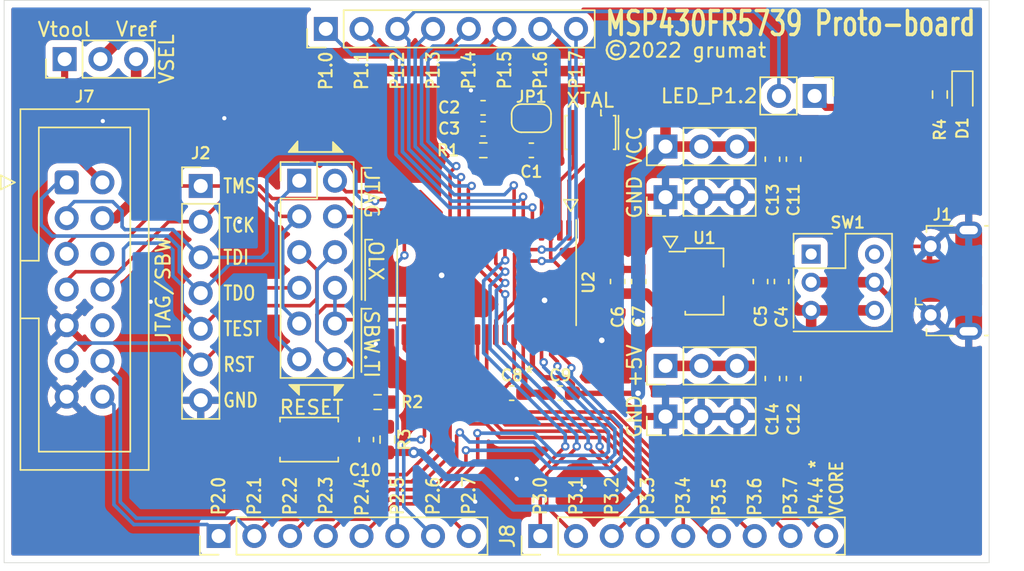
<source format=kicad_pcb>
(kicad_pcb (version 20211014) (generator pcbnew)
  (layers (0 "F.Cu" signal) (31 "B.Cu" signal) (35 "F.Paste" user) (37 "F.SilkS" user "F.Silkscreen") (38 "B.Mask" user) (39 "F.Mask" user) (44 "Edge.Cuts" user))
  (net 0 "")
  (net 1 "GND")
  (net 2 "/RESET")
  (net 3 "/TEST")
  (net 4 "+3.3V")
  (net 5 "/P3.7")
  (net 6 "/P3.6")
  (net 7 "/P3.5")
  (net 8 "/P3.4")
  (net 9 "/P3.3")
  (net 10 "/P3.2")
  (net 11 "/P3.1")
  (net 12 "/P3.0")
  (net 13 "/P2.7")
  (net 14 "/P2.6")
  (net 15 "/P2.5")
  (net 16 "/P2.4")
  (net 17 "/P2.3")
  (net 18 "/P2.2")
  (net 19 "/P2.0")
  (net 20 "/P2.1")
  (net 21 "/P1.7")
  (net 22 "/P1.4")
  (net 23 "/P1.3")
  (net 24 "/P1.2")
  (net 25 "/P1.1")
  (net 26 "/P1.0")
  (net 27 "+5V")
  (net 28 "/VCC_SENSE")
  (net 29 "/VCC_TOOL")
  (net 30 "Net-(D1-Pad1)")
  (net 31 "/JTEST")
  (net 32 "/JRST")
  (net 33 "/JTCK")
  (net 34 "/JTDO")
  (net 38 "Net-(J1-Pad1)")
  (net 41 "Net-(J5-Pad1)")
  (net 42 "+3.3VA")
  (net 43 "GNDA")
  (net 44 "/P1.5")
  (net 45 "/P1.6")
  (net 46 "/PJ.4")
  (net 47 "/PJ.5")
  (net 48 "/VCORE")
  (net 51 "/TDO")
  (net 52 "/TCK")
  (net 53 "/TMS")
  (net 54 "/TDI")
  (net 55 "Net-(C10-Pad1)")
  (footprint "Connector_IDC:IDC-Header_2x07_P2.54mm_Vertical" (layer "F.Cu") (at 112.445 95.95)
    (fp_text reference "J7")
    (fp_text value "JTAG/SBW")
  )
  (footprint "Capacitor_SMD:C_0603_1608Metric_Pad1.08x0.95mm_HandSolder" (layer "F.Cu") (at 147.5235 110.94 180)
    (fp_text reference "C9")
    (fp_text value "220nF")
  )
  (footprint "Capacitor_SMD:C_0603_1608Metric_Pad1.08x0.95mm_HandSolder" (layer "F.Cu") (at 142.036 92.144 180)
    (fp_text reference "C3")
    (fp_text value "220nF")
  )
  (footprint "Connector_PinHeader_2.54mm:PinHeader_1x08_P2.54mm_Vertical" (layer "F.Cu") (at 130.86 85.03 90)
    (fp_text reference "J4" hide)
    (fp_text value "PORT1" hide)
  )
  (footprint "Connector_PinHeader_2.54mm:PinHeader_1x09_P2.54mm_Vertical" (layer "F.Cu") (at 146.1 121.1 90)
    (fp_text reference "J8")
    (fp_text value "PORT3")
  )
  (footprint "Connector_PinHeader_2.54mm:PinHeader_1x07_P2.54mm_Vertical" (layer "F.Cu") (at 121.97 96.203)
    (fp_text reference "J2")
    (fp_text value "LogicAna")
  )
  (footprint "Crystal:Resonator_SMD_Murata_CSTxExxV-3Pin_3.0x1.1mm_HandSoldering" (layer "F.Cu") (at 149.656 92.398 180)
    (fp_text reference "Y1" hide)
    (fp_text value "16M")
  )
  (footprint "Capacitor_SMD:C_0603_1608Metric_Pad1.08x0.95mm_HandSolder" (layer "F.Cu") (at 163.25 103 90)
    (fp_text reference "C4")
    (fp_text value "10uF")
  )
  (footprint "Capacitor_SMD:C_0603_1608Metric_Pad1.08x0.95mm_HandSolder" (layer "F.Cu") (at 161.75 103 90)
    (fp_text reference "C5")
    (fp_text value "220nF")
  )
  (footprint "Capacitor_SMD:C_0603_1608Metric_Pad1.08x0.95mm_HandSolder" (layer "F.Cu") (at 151.6 103 90)
    (fp_text reference "C6")
    (fp_text value "10uF")
  )
  (footprint "Capacitor_SMD:C_0603_1608Metric_Pad1.08x0.95mm_HandSolder" (layer "F.Cu") (at 153.1 103 90)
    (fp_text reference "C7")
    (fp_text value "220nF")
  )
  (footprint "Resistor_SMD:R_0603_1608Metric_Pad0.98x0.95mm_HandSolder" (layer "F.Cu") (at 142.051 93.664)
    (fp_text reference "R1")
    (fp_text value "22")
  )
  (footprint "Package_TO_SOT_SMD:SOT-89-3_Handsoldering" (layer "F.Cu") (at 157.4625 103)
    (fp_text reference "U1")
    (fp_text value "AMS1117-3.3")
  )
  (footprint "LED_SMD:LED_0603_1608Metric_Pad1.05x0.95mm_HandSolder" (layer "F.Cu") (at 176.1 89.7 -90)
    (fp_text reference "D1")
    (fp_text value "LED")
  )
  (footprint "Connector_PinHeader_2.54mm:PinHeader_1x02_P2.54mm_Vertical" (layer "F.Cu") (at 165.6 89.8 -90)
    (fp_text reference "J5" hide)
    (fp_text value "LED_P1.2")
  )
  (footprint "Resistor_SMD:R_0603_1608Metric_Pad0.98x0.95mm_HandSolder" (layer "F.Cu") (at 174.5 89.7 -90)
    (fp_text reference "R4")
    (fp_text value "1K")
  )
  (footprint "Connector_PinHeader_2.54mm:PinHeader_1x08_P2.54mm_Vertical" (layer "F.Cu") (at 123.24 121.1 90)
    (fp_text reference "J6" hide)
    (fp_text value "PORT2" hide)
  )
  (footprint "Connector_PinHeader_2.54mm:PinHeader_1x03_P2.54mm_Vertical" (layer "F.Cu") (at 155 93.4 90)
    (fp_text reference "J9" hide)
    (fp_text value "VCC")
  )
  (footprint "Connector_PinHeader_2.54mm:PinHeader_1x03_P2.54mm_Vertical" (layer "F.Cu") (at 155 97 90)
    (fp_text reference "J12" hide)
    (fp_text value "GND")
  )
  (footprint "Connector_PinHeader_2.54mm:PinHeader_1x03_P2.54mm_Vertical" (layer "F.Cu") (at 155 112.6 90)
    (fp_text reference "J10" hide)
    (fp_text value "GND")
  )
  (footprint "Capacitor_SMD:C_0603_1608Metric_Pad1.08x0.95mm_HandSolder" (layer "F.Cu") (at 164.1 109.9 -90)
    (fp_text reference "C12")
    (fp_text value "220nF")
  )
  (footprint "Capacitor_SMD:C_0603_1608Metric_Pad1.08x0.95mm_HandSolder" (layer "F.Cu") (at 164.1 94.3 -90)
    (fp_text reference "C11")
    (fp_text value "220nF")
  )
  (footprint "Capacitor_SMD:C_0603_1608Metric_Pad1.08x0.95mm_HandSolder" (layer "F.Cu") (at 162.6 94.3 -90)
    (fp_text reference "C13")
    (fp_text value "10uF")
  )
  (footprint "Connector_PinHeader_2.54mm:PinHeader_1x03_P2.54mm_Vertical" (layer "F.Cu") (at 155 109 90)
    (fp_text reference "J11" hide)
    (fp_text value "+5V")
  )
  (footprint "lib:USB_Micro-B_Molex-105017-0001-handsolder" (layer "F.Cu") (at 175.3085 102.939 90)
    (fp_text reference "J1")
    (fp_text value "USB_B_Micro")
  )
  (footprint "Capacitor_SMD:C_0603_1608Metric_Pad1.08x0.95mm_HandSolder" (layer "F.Cu") (at 142.036 90.644 180)
    (fp_text reference "C2")
    (fp_text value "10uF")
  )
  (footprint "Connector_PinHeader_2.54mm:PinHeader_1x03_P2.54mm_Vertical" (layer "F.Cu") (at 112.3 87.18 90)
    (fp_text reference "J13" hide)
    (fp_text value "VSEL")
  )
  (footprint "Capacitor_SMD:C_0603_1608Metric_Pad1.08x0.95mm_HandSolder" (layer "F.Cu") (at 133.738 114.242 -90)
    (fp_text reference "C10")
    (fp_text value "2.2nF")
  )
  (footprint "Resistor_SMD:R_0603_1608Metric_Pad0.98x0.95mm_HandSolder" (layer "F.Cu") (at 135.238 114.242 90)
    (fp_text reference "R3")
    (fp_text value "47K")
  )
  (footprint "lib:TL-2203" (layer "F.Cu") (at 165.35 101.05)
    (fp_text reference "SW1")
    (fp_text value "TL-2203")
  )
  (footprint "Capacitor_SMD:C_0603_1608Metric_Pad1.08x0.95mm_HandSolder" (layer "F.Cu") (at 162.6 109.9 -90)
    (fp_text reference "C14")
    (fp_text value "10uF")
  )
  (footprint "Connector_PinHeader_2.54mm:PinHeader_2x06_P2.54mm_Vertical" (layer "F.Cu") (at 128.9692 95.827)
    (fp_text reference "J3" hide)
    (fp_text value "DEBUG")
  )
  (footprint "Package_SO:TSSOP-38_6.1x12.5mm_P0.65mm" (layer "F.Cu") (at 142.29 103.066 -90)
    (fp_text reference "U2")
    (fp_text value "MSP430FR5739IDAR")
  )
  (footprint "lib:SW_Push_SPST_NO_Alps_SKRK_handsolder" (layer "F.Cu") (at 129.674 114.242 180)
    (fp_text reference "SW2" hide)
    (fp_text value "RESET")
  )
  (footprint "Resistor_SMD:R_0603_1608Metric_Pad0.98x0.95mm_HandSolder" (layer "F.Cu") (at 134.543 111.575 180)
    (fp_text reference "R2")
    (fp_text value "3.3K")
  )
  (footprint "Capacitor_SMD:C_0603_1608Metric_Pad1.08x0.95mm_HandSolder" (layer "F.Cu") (at 144.068 110.94)
    (fp_text reference "C8")
    (fp_text value "470 nF" hide)
  )
  (footprint "Capacitor_SMD:C_0603_1608Metric_Pad1.08x0.95mm_HandSolder" (layer "F.Cu") (at 145.465 93.668)
    (fp_text reference "C1")
    (fp_text value "220nF")
  )
  (footprint "Jumper:SolderJumper-2_P1.3mm_Bridged_RoundedPad1.0x1.5mm" (layer "F.Cu") (at 145.465 91.382)
    (fp_text reference "JP1")
    (fp_text value "AVSS")
  )
  (gr_line (start 154.85 99.8) (end 155.85 99.8) (layer "F.SilkS") (width 0.12))
  (gr_line (start 155.35 100.6) (end 154.85 99.8) (layer "F.SilkS") (width 0.12))
  (gr_line (start 155.85 99.8) (end 155.35 100.6) (layer "F.SilkS") (width 0.12))
  (gr_line (start 147.759 97.186) (end 148.759 97.186) (layer "F.SilkS") (width 0.12))
  (gr_line (start 148.759 97.186) (end 148.259 97.986) (layer "F.SilkS") (width 0.12))
  (gr_line (start 148.259 97.986) (end 147.759 97.186) (layer "F.SilkS") (width 0.12))
  (gr_poly (pts (xy 128.8572 93.02) (xy 128.8572 93.77) (xy 131.3572 93.77) (xy 131.3572 93.07) (xy 132.0822 93.795) (xy 128.2072 93.795)) (layer "F.SilkS") (width 0.1) (fill solid))
  (gr_poly (pts (xy 131.4692 111.117) (xy 131.4692 110.367) (xy 128.9692 110.367) (xy 128.9692 111.067) (xy 128.2442 110.342) (xy 132.1192 110.342)) (layer "F.SilkS") (width 0.1) (fill solid))
  (gr_line (start 133.4 104.2946) (end 133.4 94.9126) (layer "F.SilkS") (width 0.12))
  (gr_line (start 133.3888 104.9339) (end 134.0888 104.9339) (layer "F.SilkS") (width 0.12))
  (gr_line (start 133.4 94.9126) (end 134.1 94.9126) (layer "F.SilkS") (width 0.12))
  (gr_line (start 133.3888 104.9149) (end 133.3888 109.4414) (layer "F.SilkS") (width 0.12))
  (gr_line (start 134.162 100.018) (end 133.654 100.018) (layer "F.SilkS") (width 0.12))
  (gr_line (start 133.654 104.336) (end 133.654 100.018) (layer "F.SilkS") (width 0.12))
  (gr_line (start 178 83) (end 108 83) (layer "Edge.Cuts") (width 0.05))
  (gr_line (start 108 123) (end 178 123) (layer "Edge.Cuts") (width 0.05))
  (gr_line (start 108 83) (end 108 123) (layer "Edge.Cuts") (width 0.05))
  (gr_line (start 178 123) (end 178 83) (layer "Edge.Cuts") (width 0.05))
  (gr_text "JTAG" (at 134.1 96.7922 270) (layer "F.SilkS") (effects (font (size 1 1))))
  (gr_text "SBW.TI" (at 134.1 107.4602 270) (layer "F.SilkS") (effects (font (size 1 1))))
  (gr_text "XTAL" (at 149.656 90.112) (layer "F.SilkS") (effects (font (size 1 1))))
  (gr_text "GND" (at 123.48494 111.448) (layer "F.SilkS") (effects (font (size 1 0.8)) (justify left)))
  (gr_text "P2.5" (at 135.94 119.703 90) (layer "F.SilkS") (effects (font (size 0.9 0.8)) (justify left)))
  (gr_text "P1.0" (at 130.86 86.556 90) (layer "F.SilkS") (effects (font (size 0.9 0.8)) (justify right)))
  (gr_text "RST" (at 123.494 108.908) (layer "F.SilkS") (effects (font (size 1 0.8)) (justify left)))
  (gr_text "P1.5" (at 143.56 86.506187 90) (layer "F.SilkS") (effects (font (size 0.9 0.8)) (justify right)))
  (gr_text "MSP430FR5739 Proto-board" (at 163.88 84.651) (layer "F.SilkS") (effects (font (size 1.7 1.2) (thickness 0.25))))
  (gr_text "Vtool" (at 112.27 85.075) (layer "F.SilkS") (effects (font (size 1 1))))
  (gr_text "*" (at 144.9062 109.543) (layer "F.SilkS") (effects (font (size 0.9 0.8)) (justify left)))
  (gr_text "P1.4" (at 141.02 86.517949 90) (layer "F.SilkS") (effects (font (size 0.9 0.8)) (justify right)))
  (gr_text "P3.0" (at 146.1 119.703 90) (layer "F.SilkS") (effects (font (size 0.9 0.8)) (justify left)))
  (gr_text "Vref" (at 117.4 85.05) (layer "F.SilkS") (effects (font (size 1 1))))
  (gr_text "P2.3" (at 130.86 119.682242 90) (layer "F.SilkS") (effects (font (size 0.9 0.8)) (justify left)))
  (gr_text "P1.3" (at 138.48 86.529711 90) (layer "F.SilkS") (effects (font (size 0.9 0.8)) (justify right)))
  (gr_text "©2022 grumat" (at 156.387 86.556) (layer "F.SilkS") (effects (font (size 1 1))))
  (gr_text "P3.2" (at 151.18 119.703 90) (layer "F.SilkS") (effects (font (size 0.9 0.8)) (justify left)))
  (gr_text "TDI" (at 123.494 101.288) (layer "F.SilkS") (effects (font (size 1 0.8)) (justify left)))
  (gr_text "P2.4" (at 133.43 119.77 90) (layer "F.SilkS") (effects (font (size 0.9 0.8)) (justify left)))
  (gr_text "P3.1" (at 148.64 119.703 90) (layer "F.SilkS") (effects (font (size 0.9 0.8)) (justify left)))
  (gr_text "OLX" (at 134.416 100.018 270) (layer "F.SilkS") (effects (font (size 1 1)) (justify left)))
  (gr_text "TMS" (at 123.48494 96.208) (layer "F.SilkS") (effects (font (size 1 0.8)) (justify left)))
  (gr_text "P2.2" (at 128.32 119.703 90) (layer "F.SilkS") (effects (font (size 0.9 0.8)) (justify left)))
  (gr_text "P1.1" (at 133.4 86.553234 90) (layer "F.SilkS") (effects (font (size 0.9 0.8)) (justify right)))
  (gr_text "P3.6" (at 161.34 119.750737 90) (layer "F.SilkS") (effects (font (size 0.9 0.8)) (justify left)))
  (gr_text "P1.2\n" (at 135.94 86.541472 90) (layer "F.SilkS") (effects (font (size 0.9 0.8)) (justify right)))
  (gr_text "P3.5" (at 158.8 119.77 90) (layer "F.SilkS") (effects (font (size 0.9 0.8)) (justify left)))
  (gr_text "TDO" (at 123.494 103.828) (layer "F.SilkS") (effects (font (size 1 0.8)) (justify left)))
  (gr_text "P1.6" (at 146.1 86.494425 90) (layer "F.SilkS") (effects (font (size 0.9 0.8)) (justify right)))
  (gr_text "P2.6" (at 138.48 119.695994 90) (layer "F.SilkS") (effects (font (size 0.9 0.8)) (justify left)))
  (gr_text "P4.4 *\nVCORE" (at 166.42 119.716002 90) (layer "F.SilkS") (effects (font (size 0.9 0.8)) (justify left)))
  (gr_text "P3.4" (at 156.26 119.703 90) (layer "F.SilkS") (effects (font (size 0.9 0.8)) (justify left)))
  (gr_text "P1.7" (at 148.64 86.482664 90) (layer "F.SilkS") (effects (font (size 0.9 0.8)) (justify right)))
  (gr_text "TCK" (at 123.494 99.002) (layer "F.SilkS") (effects (font (size 1 0.8)) (justify left)))
  (gr_text "TEST" (at 123.494 106.368) (layer "F.SilkS") (effects (font (size 1 0.8)) (justify left)))
  (gr_text "P3.3" (at 153.72 119.703 90) (layer "F.SilkS") (effects (font (size 0.9 0.8)) (justify left)))
  (gr_text "P2.1" (at 125.78 119.703 90) (layer "F.SilkS") (effects (font (size 0.9 0.8)) (justify left)))
  (gr_text "P2.7" (at 141.02 119.671346 90) (layer "F.SilkS") (effects (font (size 0.9 0.8)) (justify left)))
  (gr_text "P3.7" (at 163.88 119.724274 90) (layer "F.SilkS") (effects (font (size 0.9 0.8)) (justify left)))
  (gr_text "P2.0" (at 123.24 119.703 90) (layer "F.SilkS") (effects (font (size 0.9 0.8)) (justify left)))
  (segment (start 144.89 110.8995) (end 144.9305 110.94) (width 0.254) (layer "F.Cu") (net 1))
  (segment (start 146.4048 104.336) (end 144.89 105.8508) (width 0.254) (layer "F.Cu") (net 1))
  (segment (start 144.89 105.8508) (end 144.89 106.7785) (width 0.254) (layer "F.Cu") (net 1))
  (segment (start 171.272 101.568) (end 171.354 101.65) (width 0.254) (layer "F.Cu") (net 1))
  (segment (start 171.272 100.5) (end 171.272 101.568) (width 0.254) (layer "F.Cu") (net 1))
  (segment (start 171.354 101.65) (end 173.7475 101.65) (width 0.254) (layer "F.Cu") (net 1))
  (segment (start 127.599 114.242) (end 129.377 116.02) (width 0.508) (layer "F.Cu") (net 1))
  (segment (start 173.835 100.5) (end 171.272 100.5) (width 0.254) (layer "F.Cu") (net 1))
  (segment (start 173.846 100.489) (end 173.835 100.5) (width 0.254) (layer "F.Cu") (net 1))
  (segment (start 129.377 116.02) (end 132.8225 116.02) (width 0.508) (layer "F.Cu") (net 1))
  (segment (start 144.9305 110.94) (end 146.661 110.94) (width 0.254) (layer "F.Cu") (net 1))
  (segment (start 132.8225 116.02) (end 133.738 115.1045) (width 0.508) (layer "F.Cu") (net 1))
  (segment (start 173.7475 101.65) (end 173.7585 101.639) (width 0.254) (layer "F.Cu") (net 1))
  (segment (start 141.1735 92.144) (end 141.1735 90.644) (width 0.254) (layer "F.Cu") (net 1))
  (segment (start 144.89 106.7785) (end 144.89 110.8995) (width 0.254) (layer "F.Cu") (net 1))
  (segment (start 141.1735 89.4019) (end 141.1724 89.4008) (width 0.381) (layer "F.Cu") (net 1))
  (segment (start 141.1735 90.644) (end 141.1735 89.4019) (width 0.381) (layer "F.Cu") (net 1))
  (via (at 146.4048 104.336) (size 0.8) (drill 0.4) (layers "F.Cu" "B.Cu") (net 1))
  (via (at 139.0896 102.558) (size 0.8) (drill 0.4) (layers "F.Cu" "B.Cu") (net 1))
  (via (at 115.0104 91.5852) (size 0.6) (drill 0.3) (layers "F.Cu" "B.Cu") (net 1))
  (via (at 124.7132 98.748) (size 0.6) (drill 0.3) (layers "F.Cu" "B.Cu") (net 1))
  (via (at 144.4236 117.036) (size 0.6) (drill 0.3) (layers "F.Cu" "B.Cu") (net 1))
  (via (at 150.4688 107.1808) (size 0.8) (drill 0.4) (layers "F.Cu" "B.Cu") (net 1))
  (via (at 141.4772 118.6616) (size 0.6) (drill 0.3) (layers "F.Cu" "B.Cu") (net 1))
  (via (at 134.416 107.4348) (size 0.6) (drill 0.3) (layers "F.Cu" "B.Cu") (net 1))
  (via (at 118.414 104.4376) (size 0.6) (drill 0.3) (layers "F.Cu" "B.Cu") (net 1))
  (via (at 123.6464 91.382) (size 0.6) (drill 0.3) (layers "F.Cu" "B.Cu") (net 1))
  (via (at 149.2496 117.5948) (size 0.6) (drill 0.3) (layers "F.Cu" "B.Cu") (net 1))
  (via (at 141.1724 89.4008) (size 0.6) (drill 0.3) (layers "F.Cu" "B.Cu") (net 1))
  (segment (start 131.5092 108.527) (end 132.4075 108.527) (width 0.254) (layer "F.Cu") (net 2))
  (segment (start 137.74 105.874948) (end 136.582052 104.717) (width 0.254) (layer "F.Cu") (net 2))
  (segment (start 130.225 107.2428) (end 131.5092 108.527) (width 0.254) (layer "F.Cu") (net 2))
  (segment (start 137.74 106.7785) (end 137.74 105.874948) (width 0.254) (layer "F.Cu") (net 2))
  (segment (start 136.582052 104.717) (end 130.86 104.717) (width 0.254) (layer "F.Cu") (net 2))
  (segment (start 130.225 105.352) (end 130.225 107.2428) (width 0.254) (layer "F.Cu") (net 2))
  (segment (start 130.86 104.717) (end 130.225 105.352) (width 0.254) (layer "F.Cu") (net 2))
  (segment (start 132.4075 108.527) (end 135.4555 111.575) (width 0.254) (layer "F.Cu") (net 2))
  (segment (start 130.23775 102.17845) (end 130.23775 107.25555) (width 0.254) (layer "B.Cu") (net 2))
  (segment (start 131.5092 100.907) (end 130.23775 102.17845) (width 0.254) (layer "B.Cu") (net 2))
  (segment (start 130.23775 107.25555) (end 131.5092 108.527) (width 0.254) (layer "B.Cu") (net 2))
  (segment (start 136.937 105.714) (end 131.7822 105.714) (width 0.254) (layer "F.Cu") (net 3))
  (segment (start 137.09 106.7785) (end 137.09 105.867) (width 0.254) (layer "F.Cu") (net 3))
  (segment (start 131.7822 105.714) (end 131.5092 105.987) (width 0.254) (layer "F.Cu") (net 3))
  (segment (start 137.09 105.867) (end 136.937 105.714) (width 0.254) (layer "F.Cu") (net 3))
  (segment (start 131.5092 103.447) (end 131.5092 105.987) (width 0.254) (layer "B.Cu") (net 3))
  (segment (start 148.3956 110.9496) (end 148.386 110.94) (width 0.381) (layer "F.Cu") (net 4))
  (segment (start 154.275 104.5) (end 155.3125 104.5) (width 0.75) (layer "F.Cu") (net 4))
  (segment (start 118.2616 85.1844) (end 116.8356 85.1844) (width 0.75) (layer "F.Cu") (net 4))
  (segment (start 160.08 93.4) (end 162.5625 93.4) (width 0.75) (layer "F.Cu") (net 4))
  (segment (start 116.8356 85.1844) (end 114.84 87.18) (width 0.75) (layer "F.Cu") (net 4))
  (segment (start 140.3556 93.664) (end 139.4452 92.7536) (width 0.381) (layer "F.Cu") (net 4))
  (segment (start 153.6375 103.8625) (end 154.275 104.5) (width 0.75) (layer "F.Cu") (net 4))
  (segment (start 155 93.4) (end 157.54 93.4) (width 0.75) (layer "F.Cu") (net 4))
  (segment (start 153.05 105.9) (end 153.05 103.9125) (width 0.75) (layer "F.Cu") (net 4))
  (segment (start 139.4452 88.0292) (end 121.1064 88.0292) (width 0.75) (layer "F.Cu") (net 4))
  (segment (start 147.910665 109.840535) (end 148.386 110.315869) (width 0.381) (layer "F.Cu") (net 4))
  (segment (start 153.05 103.9125) (end 153.1 103.8625) (width 0.75) (layer "F.Cu") (net 4))
  (segment (start 164.1 93.4375) (end 173.2375 93.4375) (width 0.508) (layer "F.Cu") (net 4))
  (segment (start 157.54 93.4) (end 160.08 93.4) (width 0.75) (layer "F.Cu") (net 4))
  (segment (start 155 93.4) (end 155 89.7664) (width 0.75) (layer "F.Cu") (net 4))
  (segment (start 162.5625 93.4) (end 162.6 93.4375) (width 0.75) (layer "F.Cu") (net 4))
  (segment (start 146.321335 109.840535) (end 147.910665 109.840535) (width 0.381) (layer "F.Cu") (net 4))
  (segment (start 173.2375 93.4375) (end 173.5375 93.1375) (width 0.508) (layer "F.Cu") (net 4))
  (segment (start 145.54 109.0592) (end 146.321335 109.840535) (width 0.381) (layer "F.Cu") (net 4))
  (segment (start 153.2628 88.0292) (end 139.4452 88.0292) (width 0.75) (layer "F.Cu") (net 4))
  (segment (start 176.1 90.575) (end 173.5375 93.1375) (width 0.508) (layer "F.Cu") (net 4))
  (segment (start 137.1065 115.1545) (end 137.1084 115.1564) (width 0.508) (layer "F.Cu") (net 4))
  (segment (start 148.386 110.315869) (end 148.386 110.94) (width 0.381) (layer "F.Cu") (net 4))
  (segment (start 173.5375 93.1375) (end 173.275 93.4) (width 0.508) (layer "F.Cu") (net 4))
  (segment (start 121.1064 88.0292) (end 118.2616 85.1844) (width 0.75) (layer "F.Cu") (net 4))
  (segment (start 139.4452 92.7536) (end 139.4452 88.0292) (width 0.381) (layer "F.Cu") (net 4))
  (segment (start 162.6 93.4375) (end 164.1 93.4375) (width 0.75) (layer "F.Cu") (net 4))
  (segment (start 153.1 103.8625) (end 153.6375 103.8625) (width 0.75) (layer "F.Cu") (net 4))
  (segment (start 153.05 110.9496) (end 148.3956 110.9496) (width 0.381) (layer "F.Cu") (net 4))
  (segment (start 135.238 115.1545) (end 137.1065 115.1545) (width 0.508) (layer "F.Cu") (net 4))
  (segment (start 155 89.7664) (end 153.2628 88.0292) (width 0.75) (layer "F.Cu") (net 4))
  (segment (start 153.1 103.8625) (end 151.6 103.8625) (width 0.75) (layer "F.Cu") (net 4))
  (segment (start 145.54 106.7785) (end 145.54 109.0592) (width 0.381) (layer "F.Cu") (net 4))
  (segment (start 141.1385 93.664) (end 140.3556 93.664) (width 0.381) (layer "F.Cu") (net 4))
  (via (at 153.05 110.9496) (size 0.8) (drill 0.4) (layers "F.Cu" "B.Cu") (net 4))
  (via (at 137.1084 115.1564) (size 0.8) (drill 0.4) (layers "F.Cu" "B.Cu") (net 4))
  (via (at 153.05 105.9) (size 1) (drill 0.5) (layers "F.Cu" "B.Cu") (net 4))
  (segment (start 137.6164 115.1564) (end 139.3944 116.9344) (width 0.508) (layer "B.Cu") (net 4))
  (segment (start 153.05 105.9) (end 153.05 95.35) (width 1) (layer "B.Cu") (net 4))
  (segment (start 139.3944 116.9344) (end 142.036 116.9344) (width 0.508) (layer "B.Cu") (net 4))
  (segment (start 153.05 117.8584) (end 153.05 110.9496) (width 0.508) (layer "B.Cu") (net 4))
  (segment (start 142.036 116.9344) (end 144.2204 119.1188) (width 0.508) (layer "B.Cu") (net 4))
  (segment (start 151.7896 119.1188) (end 153.05 117.8584) (width 0.508) (layer "B.Cu") (net 4))
  (segment (start 153.05 105.9) (end 153.05 110.9496) (width 1) (layer "B.Cu") (net 4))
  (segment (start 144.2204 119.1188) (end 151.7896 119.1188) (width 0.508) (layer "B.Cu") (net 4))
  (segment (start 137.1084 115.1564) (end 137.6164 115.1564) (width 0.508) (layer "B.Cu") (net 4))
  (segment (start 153.05 95.35) (end 155 93.4) (width 1) (layer "B.Cu") (net 4))
  (segment (start 157.679068 119.2744) (end 162.0544 119.2744) (width 0.254) (layer "F.Cu") (net 5))
  (segment (start 151.140268 112.7356) (end 157.679068 119.2744) (width 0.254) (layer "F.Cu") (net 5))
  (segment (start 142.29 106.7785) (end 142.29 111.575) (width 0.254) (layer "F.Cu") (net 5))
  (segment (start 142.29 111.575) (end 142.4742 111.7592) (width 0.254) (layer "F.Cu") (net 5))
  (segment (start 142.4742 111.7592) (end 142.825556 111.7592) (width 0.254) (layer "F.Cu") (net 5))
  (segment (start 143.801956 112.7356) (end 151.140268 112.7356) (width 0.254) (layer "F.Cu") (net 5))
  (segment (start 142.825556 111.7592) (end 143.801956 112.7356) (width 0.254) (layer "F.Cu") (net 5))
  (segment (start 162.0544 119.2744) (end 163.88 121.1) (width 0.254) (layer "F.Cu") (net 5))
  (segment (start 157.491016 119.7284) (end 159.9684 119.7284) (width 0.254) (layer "F.Cu") (net 6))
  (segment (start 159.9684 119.7284) (end 161.34 121.1) (width 0.254) (layer "F.Cu") (net 6))
  (segment (start 142.0392 112.2132) (end 142.637504 112.2132) (width 0.254) (layer "F.Cu") (net 6))
  (segment (start 141.64 111.814) (end 142.0392 112.2132) (width 0.254) (layer "F.Cu") (net 6))
  (segment (start 143.613904 113.1896) (end 150.952216 113.1896) (width 0.254) (layer "F.Cu") (net 6))
  (segment (start 150.952216 113.1896) (end 157.491016 119.7284) (width 0.254) (layer "F.Cu") (net 6))
  (segment (start 141.64 106.7785) (end 141.64 111.814) (width 0.254) (layer "F.Cu") (net 6))
  (segment (start 142.637504 112.2132) (end 143.613904 113.1896) (width 0.254) (layer "F.Cu") (net 6))
  (segment (start 140.99 106.7785) (end 140.99 112.1292) (width 0.254) (layer "F.Cu") (net 7))
  (segment (start 150.764164 113.6436) (end 158.220564 121.1) (width 0.254) (layer "F.Cu") (net 7))
  (segment (start 158.220564 121.1) (end 158.8 121.1) (width 0.254) (layer "F.Cu") (net 7))
  (segment (start 142.449452 112.6672) (end 143.425852 113.6436) (width 0.254) (layer "F.Cu") (net 7))
  (segment (start 143.425852 113.6436) (end 150.764164 113.6436) (width 0.254) (layer "F.Cu") (net 7))
  (segment (start 141.528 112.6672) (end 142.449452 112.6672) (width 0.254) (layer "F.Cu") (net 7))
  (segment (start 140.99 112.1292) (end 141.528 112.6672) (width 0.254) (layer "F.Cu") (net 7))
  (segment (start 140.34 112.3428) (end 141.1184 113.1212) (width 0.254) (layer "F.Cu") (net 8))
  (segment (start 150.576112 114.0976) (end 156.26 119.781488) (width 0.254) (layer "F.Cu") (net 8))
  (segment (start 142.2614 113.1212) (end 143.2378 114.0976) (width 0.254) (layer "F.Cu") (net 8))
  (segment (start 156.26 119.781488) (end 156.26 121.1) (width 0.254) (layer "F.Cu") (net 8))
  (segment (start 140.34 106.7785) (end 140.34 112.3428) (width 0.254) (layer "F.Cu") (net 8))
  (segment (start 143.2378 114.0976) (end 150.576112 114.0976) (width 0.254) (layer "F.Cu") (net 8))
  (segment (start 141.1184 113.1212) (end 142.2614 113.1212) (width 0.254) (layer "F.Cu") (net 8))
  (segment (start 141.64 99.3535) (end 141.64 102.019415) (width 0.254) (layer "F.Cu") (net 9))
  (segment (start 150.3164 114.971548) (end 150.3164 114.7246) (width 0.254) (layer "F.Cu") (net 9))
  (segment (start 141.64 102.019415) (end 143.523591 103.903006) (width 0.254) (layer "F.Cu") (net 9))
  (segment (start 153.72 121.1) (end 153.72 118.375148) (width 0.254) (layer "F.Cu") (net 9))
  (segment (start 153.72 118.375148) (end 150.3164 114.971548) (width 0.254) (layer "F.Cu") (net 9))
  (segment (start 143.523591 103.903006) (end 143.6108 103.903006) (width 0.254) (layer "F.Cu") (net 9))
  (via (at 143.6108 103.903006) (size 0.6) (drill 0.3) (layers "F.Cu" "B.Cu") (net 9))
  (via (at 150.3164 114.7246) (size 0.6) (drill 0.3) (layers "F.Cu" "B.Cu") (net 9))
  (segment (start 143.6108 107.2316) (end 150.3164 113.9372) (width 0.254) (layer "B.Cu") (net 9))
  (segment (start 143.6108 103.903006) (end 143.6108 107.2316) (width 0.254) (layer "B.Cu") (net 9))
  (segment (start 150.3164 113.9372) (end 150.3164 114.7246) (width 0.254) (layer "B.Cu") (net 9))
  (segment (start 142.29 101.869912) (end 143.523591 103.103503) (width 0.254) (layer "F.Cu") (net 10))
  (segment (start 149.5036 114.7246) (end 149.5036 114.8008) (width 0.254) (layer "F.Cu") (net 10))
  (segment (start 143.523591 103.103503) (end 143.6108 103.103503) (width 0.254) (layer "F.Cu") (net 10))
  (segment (start 149.5036 114.8008) (end 153.1612 118.4584) (width 0.254) (layer "F.Cu") (net 10))
  (segment (start 142.29 99.3535) (end 142.29 101.869912) (width 0.254) (layer "F.Cu") (net 10))
  (segment (start 153.1612 118.4584) (end 153.1612 119.1188) (width 0.254) (layer "F.Cu") (net 10))
  (segment (start 153.1612 119.1188) (end 151.18 121.1) (width 0.254) (layer "F.Cu") (net 10))
  (via (at 143.6108 103.103503) (size 0.6) (drill 0.3) (layers "F.Cu" "B.Cu") (net 10))
  (via (at 149.5036 114.7246) (size 0.6) (drill 0.3) (layers "F.Cu" "B.Cu") (net 10))
  (segment (start 142.9838 103.643294) (end 143.523591 103.103503) (width 0.254) (layer "B.Cu") (net 10))
  (segment (start 149.5036 114.7246) (end 149.5036 114.010406) (width 0.254) (layer "B.Cu") (net 10))
  (segment (start 143.523591 103.103503) (end 143.6108 103.103503) (width 0.254) (layer "B.Cu") (net 10))
  (segment (start 149.5036 114.010406) (end 142.9838 107.490606) (width 0.254) (layer "B.Cu") (net 10))
  (segment (start 142.9838 107.490606) (end 142.9838 103.643294) (width 0.254) (layer "B.Cu") (net 10))
  (segment (start 148.6908 114.798512) (end 148.6908 114.7246) (width 0.254) (layer "F.Cu") (net 11))
  (segment (start 146.554 116.690652) (end 147.885052 115.3596) (width 0.254) (layer "F.Cu") (net 11))
  (segment (start 142.94 99.3535) (end 142.94 101.707112) (width 0.254) (layer "F.Cu") (net 11))
  (segment (start 147.885052 115.3596) (end 148.129712 115.3596) (width 0.254) (layer "F.Cu") (net 11))
  (segment (start 143.536888 102.304) (end 143.6108 102.304) (width 0.254) (layer "F.Cu") (net 11))
  (segment (start 148.64 121.1) (end 146.554 119.014) (width 0.254) (layer "F.Cu") (net 11))
  (segment (start 142.94 101.707112) (end 143.536888 102.304) (width 0.254) (layer "F.Cu") (net 11))
  (segment (start 148.129712 115.3596) (end 148.6908 114.798512) (width 0.254) (layer "F.Cu") (net 11))
  (segment (start 146.554 119.014) (end 146.554 116.690652) (width 0.254) (layer "F.Cu") (net 11))
  (via (at 148.6908 114.7246) (size 0.6) (drill 0.3) (layers "F.Cu" "B.Cu") (net 11))
  (via (at 143.6108 102.304) (size 0.6) (drill 0.3) (layers "F.Cu" "B.Cu") (net 11))
  (segment (start 148.6908 113.9372) (end 142.5298 107.7762) (width 0.254) (layer "B.Cu") (net 11))
  (segment (start 142.5298 107.7762) (end 142.5298 103.297791) (width 0.254) (layer "B.Cu") (net 11))
  (segment (start 148.6908 114.7246) (end 148.6908 113.9372) (width 0.254) (layer "B.Cu") (net 11))
  (segment (start 142.5298 103.297791) (end 143.523591 102.304) (width 0.254) (layer "B.Cu") (net 11))
  (segment (start 143.523591 102.304) (end 143.6108 102.304) (width 0.254) (layer "B.Cu") (net 11))
  (segment (start 146.1 121.1) (end 146.1 116.5026) (width 0.254) (layer "F.Cu") (net 12))
  (segment (start 143.59 101.4704) (end 143.6108 101.4912) (width 0.254) (layer "F.Cu") (net 12))
  (segment (start 143.59 99.3535) (end 143.59 101.4704) (width 0.254) (layer "F.Cu") (net 12))
  (segment (start 146.1 116.5026) (end 147.878 114.7246) (width 0.254) (layer "F.Cu") (net 12))
  (via (at 147.878 114.7246) (size 0.6) (drill 0.3) (layers "F.Cu" "B.Cu") (net 12))
  (via (at 143.6108 101.4912) (size 0.6) (drill 0.3) (layers "F.Cu" "B.Cu") (net 12))
  (segment (start 142.0758 102.952288) (end 143.536888 101.4912) (width 0.254) (layer "B.Cu") (net 12))
  (segment (start 147.878 113.8864) (end 142.0758 108.0842) (width 0.254) (layer "B.Cu") (net 12))
  (segment (start 143.536888 101.4912) (end 143.6108 101.4912) (width 0.254) (layer "B.Cu") (net 12))
  (segment (start 147.878 114.7246) (end 147.878 113.8864) (width 0.254) (layer "B.Cu") (net 12))
  (segment (start 142.0758 108.0842) (end 142.0758 102.952288) (width 0.254) (layer "B.Cu") (net 12))
  (segment (start 141.655 113.8102) (end 141.655 115.805507) (width 0.254) (layer "F.Cu") (net 13))
  (segment (start 141.655 115.805507) (end 139.1404 118.320106) (width 0.254) (layer "F.Cu") (net 13))
  (segment (start 146.19 108.59197) (end 146.341815 108.743785) (width 0.254) (layer "F.Cu") (net 13))
  (segment (start 146.19 106.7785) (end 146.19 108.59197) (width 0.254) (layer "F.Cu") (net 13))
  (segment (start 141.6296 113.7848) (end 141.655 113.8102) (width 0.254) (layer "F.Cu") (net 13))
  (segment (start 139.1404 119.2204) (end 141.02 121.1) (width 0.254) (layer "F.Cu") (net 13))
  (segment (start 139.1404 118.320106) (end 139.1404 119.2204) (width 0.254) (layer "F.Cu") (net 13))
  (via (at 141.6296 113.7848) (size 0.6) (drill 0.3) (layers "F.Cu" "B.Cu") (net 13))
  (via (at 146.341815 108.743785) (size 0.6) (drill 0.3) (layers "F.Cu" "B.Cu") (net 13))
  (segment (start 150.9434 115.099496) (end 150.676896 115.366) (width 0.254) (layer "B.Cu") (net 13))
  (segment (start 146.341815 108.743785) (end 146.341815 109.075903) (width 0.254) (layer "B.Cu") (net 13))
  (segment (start 146.341815 109.075903) (end 150.9434 113.677488) (width 0.254) (layer "B.Cu") (net 13))
  (segment (start 145.6682 113.7848) (end 141.6296 113.7848) (width 0.254) (layer "B.Cu") (net 13))
  (segment (start 150.9434 113.677488) (end 150.9434 115.099496) (width 0.254) (layer "B.Cu") (net 13))
  (segment (start 150.676896 115.366) (end 147.238104 115.366) (width 0.254) (layer "B.Cu") (net 13))
  (segment (start 147.238104 115.366) (end 145.6682 113.796096) (width 0.254) (layer "B.Cu") (net 13))
  (segment (start 145.6682 113.796096) (end 145.6682 113.7848) (width 0.254) (layer "B.Cu") (net 13))
  (segment (start 137.6164 114.242) (end 137.8704 113.988) (width 0.254) (layer "F.Cu") (net 14))
  (segment (start 136.6512 107.9936) (end 136.44 107.7824) (width 0.254) (layer "F.Cu") (net 14))
  (segment (start 137.8704 108.5524) (end 137.3116 107.9936) (width 0.254) (layer "F.Cu") (net 14))
  (segment (start 136.44 107.7824) (end 136.44 106.7785) (width 0.254) (layer "F.Cu") (net 14))
  (segment (start 137.3116 107.9936) (end 136.6512 107.9936) (width 0.254) (layer "F.Cu") (net 14))
  (segment (start 137.8704 113.988) (end 137.8704 108.5524) (width 0.254) (layer "F.Cu") (net 14))
  (via (at 137.6164 114.242) (size 0.6) (drill 0.3) (layers "F.Cu" "B.Cu") (net 14))
  (segment (start 136.3972 119.0172) (end 138.48 121.1) (width 0.254) (layer "B.Cu") (net 14))
  (segment (start 136.3814 114.6134) (end 136.3814 115.293) (width 0.254) (layer "B.Cu") (net 14))
  (segment (start 137.6164 114.242) (end 136.7528 114.242) (width 0.254) (layer "B.Cu") (net 14))
  (segment (start 136.3972 115.3088) (end 136.3972 119.0172) (width 0.254) (layer "B.Cu") (net 14))
  (segment (start 136.3814 115.293) (end 136.3972 115.3088) (width 0.254) (layer "B.Cu") (net 14))
  (segment (start 136.7528 114.242) (end 136.3814 114.6134) (width 0.254) (layer "B.Cu") (net 14))
  (segment (start 136.44 101.1276) (end 136.448 101.1356) (width 0.254) (layer "F.Cu") (net 15))
  (segment (start 136.44 99.3535) (end 136.44 101.1276) (width 0.254) (layer "F.Cu") (net 15))
  (via (at 136.448 101.1356) (size 0.6) (drill 0.3) (layers "F.Cu" "B.Cu") (net 15))
  (segment (start 135.9274 101.6562) (end 135.9274 117.1758) (width 0.254) (layer "B.Cu") (net 15))
  (segment (start 136.448 101.1356) (end 135.9274 101.6562) (width 0.254) (layer "B.Cu") (net 15))
  (segment (start 135.9274 117.1758) (end 135.94 117.1884) (width 0.254) (layer "B.Cu") (net 15))
  (segment (start 135.94 117.1884) (end 135.94 121.1) (width 0.254) (layer "B.Cu") (net 15))
  (segment (start 148.31004 108.988567) (end 148.31004 109.150869) (width 0.254) (layer "F.Cu") (net 16))
  (segment (start 147.924673 108.6032) (end 148.31004 108.988567) (width 0.254) (layer "F.Cu") (net 16))
  (segment (start 147.49 106.7785) (end 147.49 108.168527) (width 0.254) (layer "F.Cu") (net 16))
  (segment (start 147.49 108.168527) (end 147.924673 108.6032) (width 0.254) (layer "F.Cu") (net 16))
  (segment (start 133.4 121.1) (end 135.6892 118.8108) (width 0.254) (layer "F.Cu") (net 16))
  (segment (start 138.007653 118.8108) (end 140.8168 116.001654) (width 0.254) (layer "F.Cu") (net 16))
  (segment (start 140.8168 116.001654) (end 140.8168 115.004) (width 0.254) (layer "F.Cu") (net 16))
  (segment (start 135.6892 118.8108) (end 138.007653 118.8108) (width 0.254) (layer "F.Cu") (net 16))
  (via (at 140.8168 115.004) (size 0.6) (drill 0.3) (layers "F.Cu" "B.Cu") (net 16))
  (via (at 148.31004 109.150869) (size 0.6) (drill 0.3) (layers "F.Cu" "B.Cu") (net 16))
  (segment (start 151.8514 115.4756) (end 151.053 116.274) (width 0.254) (layer "B.Cu") (net 16))
  (segment (start 148.31004 109.150869) (end 148.31004 109.760023) (width 0.254) (layer "B.Cu") (net 16))
  (segment (start 151.053 116.274) (end 146.862 116.274) (width 0.254) (layer "B.Cu") (net 16))
  (segment (start 151.8514 113.301382) (end 151.8514 115.4756) (width 0.254) (layer "B.Cu") (net 16))
  (segment (start 146.862 116.274) (end 145.592 115.004) (width 0.254) (layer "B.Cu") (net 16))
  (segment (start 145.592 115.004) (end 140.8168 115.004) (width 0.254) (layer "B.Cu") (net 16))
  (segment (start 148.31004 109.760023) (end 151.8514 113.301382) (width 0.254) (layer "B.Cu") (net 16))
  (segment (start 147.318477 108.692313) (end 147.318477 109.025138) (width 0.254) (layer "F.Cu") (net 17))
  (segment (start 135.501148 118.3568) (end 137.8196 118.3568) (width 0.254) (layer "F.Cu") (net 17))
  (segment (start 130.86 121.1) (end 132.0538 119.9062) (width 0.254) (layer "F.Cu") (net 17))
  (segment (start 147.178564 108.5524) (end 147.318477 108.692313) (width 0.254) (layer "F.Cu") (net 17))
  (segment (start 133.951748 119.9062) (end 135.501148 118.3568) (width 0.254) (layer "F.Cu") (net 17))
  (segment (start 132.0538 119.9062) (end 133.951748 119.9062) (width 0.254) (layer "F.Cu") (net 17))
  (segment (start 146.84 106.7785) (end 146.84 108.213836) (width 0.254) (layer "F.Cu") (net 17))
  (segment (start 140.1564 113.9626) (end 140.385 113.734) (width 0.254) (layer "F.Cu") (net 17))
  (segment (start 140.1564 116.02) (end 140.1564 113.9626) (width 0.254) (layer "F.Cu") (net 17))
  (segment (start 137.8196 118.3568) (end 140.1564 116.02) (width 0.254) (layer "F.Cu") (net 17))
  (segment (start 146.84 108.213836) (end 147.178564 108.5524) (width 0.254) (layer "F.Cu") (net 17))
  (via (at 140.385 113.734) (size 0.6) (drill 0.3) (layers "F.Cu" "B.Cu") (net 17))
  (via (at 147.318477 109.025138) (size 0.6) (drill 0.3) (layers "F.Cu" "B.Cu") (net 17))
  (segment (start 150.864948 115.82) (end 151.3974 115.287548) (width 0.254) (layer "B.Cu") (net 17))
  (segment (start 140.385 113.734) (end 141.0628 114.4118) (width 0.254) (layer "B.Cu") (net 17))
  (segment (start 151.3974 115.287548) (end 151.3974 113.489435) (width 0.254) (layer "B.Cu") (net 17))
  (segment (start 141.0628 114.4118) (end 145.641852 114.4118) (width 0.254) (layer "B.Cu") (net 17))
  (segment (start 145.641852 114.4118) (end 147.050052 115.82) (width 0.254) (layer "B.Cu") (net 17))
  (segment (start 147.318477 109.410512) (end 147.318477 109.025138) (width 0.254) (layer "B.Cu") (net 17))
  (segment (start 151.3974 113.489435) (end 147.318477 109.410512) (width 0.254) (layer "B.Cu") (net 17))
  (segment (start 147.050052 115.82) (end 150.864948 115.82) (width 0.254) (layer "B.Cu") (net 17))
  (segment (start 131.865747 119.4522) (end 131.394947 119.923) (width 0.254) (layer "F.Cu") (net 18))
  (segment (start 129.497 119.923) (end 128.32 121.1) (width 0.254) (layer "F.Cu") (net 18))
  (segment (start 135.417895 117.798) (end 133.763695 119.4522) (width 0.254) (layer "F.Cu") (net 18))
  (segment (start 133.763695 119.4522) (end 131.865747 119.4522) (width 0.254) (layer "F.Cu") (net 18))
  (segment (start 139.69 115.3688) (end 137.2608 117.798) (width 0.254) (layer "F.Cu") (net 18))
  (segment (start 139.69 106.7785) (end 139.69 115.3688) (width 0.254) (layer "F.Cu") (net 18))
  (segment (start 131.394947 119.923) (end 129.497 119.923) (width 0.254) (layer "F.Cu") (net 18))
  (segment (start 137.2608 117.798) (end 135.417895 117.798) (width 0.254) (layer "F.Cu") (net 18))
  (segment (start 123.24 121.1) (end 124.4592 119.8808) (width 0.254) (layer "F.Cu") (net 19))
  (segment (start 129.120894 119.015) (end 131.018841 119.015) (width 0.254) (layer "F.Cu") (net 19))
  (segment (start 133.3142 118.5442) (end 135.1272 116.7312) (width 0.254) (layer "F.Cu") (net 19))
  (segment (start 126.7506 119.469) (end 128.666894 119.469) (width 0.254) (layer "F.Cu") (net 19))
  (segment (start 138.39 114.9416) (end 138.39 106.7785) (width 0.254) (layer "F.Cu") (net 19))
  (segment (start 136.6004 116.7312) (end 138.39 114.9416) (width 0.254) (layer "F.Cu") (net 19))
  (segment (start 135.1272 116.7312) (end 136.6004 116.7312) (width 0.254) (layer "F.Cu") (net 19))
  (segment (start 131.489641 118.5442) (end 133.3142 118.5442) (width 0.254) (layer "F.Cu") (net 19))
  (segment (start 126.357148 119.8808) (end 126.7506 119.487348) (width 0.254) (layer "F.Cu") (net 19))
  (segment (start 131.018841 119.015) (end 131.489641 118.5442) (width 0.254) (layer "F.Cu") (net 19))
  (segment (start 124.4592 119.8808) (end 126.357148 119.8808) (width 0.254) (layer "F.Cu") (net 19))
  (segment (start 126.7506 119.487348) (end 126.7506 119.469) (width 0.254) (layer "F.Cu") (net 19))
  (segment (start 128.666894 119.469) (end 129.120894 119.015) (width 0.254) (layer "F.Cu") (net 19))
  (segment (start 122.424 120.284) (end 123.24 121.1) (width 0.254) (layer "B.Cu") (net 19))
  (segment (start 115.2096 111.19) (end 115.801 111.7814) (width 0.254) (layer "B.Cu") (net 19))
  (segment (start 115.801 111.7814) (end 115.801 118.868) (width 0.254) (layer "B.Cu") (net 19))
  (segment (start 115.801 118.868) (end 117.217 120.284) (width 0.254) (layer "B.Cu") (net 19))
  (segment (start 117.217 120.284) (end 122.424 120.284) (width 0.254) (layer "B.Cu") (net 19))
  (segment (start 114.985 111.19) (end 115.2096 111.19) (width 0.254) (layer "B.Cu") (net 19))
  (segment (start 129.308947 119.469) (end 128.854947 119.923) (width 0.254) (layer "F.Cu") (net 20))
  (segment (start 128.854947 119.923) (end 126.957 119.923) (width 0.254) (layer "F.Cu") (net 20))
  (segment (start 139.04 106.7785) (end 139.04 115.1552) (width 0.254) (layer "F.Cu") (net 20))
  (segment (start 126.957 119.923) (end 125.78 121.1) (width 0.254) (layer "F.Cu") (net 20))
  (segment (start 139.04 115.1552) (end 136.956 117.2392) (width 0.254) (layer "F.Cu") (net 20))
  (segment (start 131.206894 119.469) (end 129.308947 119.469) (width 0.254) (layer "F.Cu") (net 20))
  (segment (start 135.3304 117.2392) (end 133.5714 118.9982) (width 0.254) (layer "F.Cu") (net 20))
  (segment (start 133.5714 118.9982) (end 131.677694 118.9982) (width 0.254) (layer "F.Cu") (net 20))
  (segment (start 131.677694 118.9982) (end 131.206894 119.469) (width 0.254) (layer "F.Cu") (net 20))
  (segment (start 136.956 117.2392) (end 135.3304 117.2392) (width 0.254) (layer "F.Cu") (net 20))
  (segment (start 114.985 108.65) (end 116.255 109.92) (width 0.254) (layer "B.Cu") (net 20))
  (segment (start 116.255 109.92) (end 116.255 118.679948) (width 0.254) (layer "B.Cu") (net 20))
  (segment (start 124.51 119.83) (end 125.78 121.1) (width 0.254) (layer "B.Cu") (net 20))
  (segment (start 116.255 118.679948) (end 117.405052 119.83) (width 0.254) (layer "B.Cu") (net 20))
  (segment (start 117.405052 119.83) (end 124.51 119.83) (width 0.254) (layer "B.Cu") (net 20))
  (segment (start 144.9316 101.542) (end 144.7284 101.7452) (width 0.254) (layer "F.Cu") (net 21))
  (segment (start 143.59 105.9824) (end 143.59 106.7785) (width 0.254) (layer "F.Cu") (net 21))
  (segment (start 146.2016 101.542) (end 144.9316 101.542) (width 0.254) (layer "F.Cu") (net 21))
  (segment (start 144.7284 101.7452) (end 144.7284 104.844) (width 0.254) (layer "F.Cu") (net 21))
  (segment (start 144.7284 104.844) (end 143.59 105.9824) (width 0.254) (layer "F.Cu") (net 21))
  (via (at 146.2016 101.542) (size 0.6) (drill 0.3) (layers "F.Cu" "B.Cu") (net 21))
  (segment (start 146.2016 101.542) (end 146.9636 101.542) (width 0.254) (layer "B.Cu") (net 21))
  (segment (start 148.64 99.8656) (end 148.64 85.03) (width 0.254) (layer "B.Cu") (net 21))
  (segment (start 146.9636 101.542) (end 148.64 99.8656) (width 0.254) (layer "B.Cu") (net 21))
  (segment (start 140.34 95.697803) (end 140.466803 95.571) (width 0.254) (layer "F.Cu") (net 22))
  (segment (start 140.34 99.3535) (end 140.34 95.697803) (width 0.254) (layer "F.Cu") (net 22))
  (via (at 140.466803 95.571) (size 0.6) (drill 0.3) (layers "F.Cu" "B.Cu") (net 22))
  (segment (start 138.48 86.2512) (end 139.7988 86.2512) (width 0.254) (layer "B.Cu") (net 22))
  (segment (start 137.664 87.0672) (end 138.48 86.2512) (width 0.254) (layer "B.Cu") (net 22))
  (segment (start 140.466803 95.571) (end 140.02792 95.571) (width 0.254) (layer "B.Cu") (net 22))
  (segment (start 137.664 93.20708) (end 137.664 87.0672) (width 0.254) (layer "B.Cu") (net 22))
  (segment (start 139.7988 86.2512) (end 141.02 85.03) (width 0.254) (layer "B.Cu") (net 22))
  (segment (start 140.02792 95.571) (end 137.664 93.20708) (width 0.254) (layer "B.Cu") (net 22))
  (segment (start 140.99 96.4307) (end 141.2232 96.1975) (width 0.254) (layer "F.Cu") (net 23))
  (segment (start 140.99 99.3535) (end 140.99 96.4307) (width 0.254) (layer "F.Cu") (net 23))
  (via (at 141.2232 96.1975) (size 0.6) (drill 0.3) (layers "F.Cu" "B.Cu") (net 23))
  (segment (start 137.21 86.3) (end 138.48 85.03) (width 0.254) (layer "B.Cu") (net 23))
  (segment (start 141.2232 96.1975) (end 140.012368 96.1975) (width 0.254) (layer "B.Cu") (net 23))
  (segment (start 137.21 93.395132) (end 137.21 86.3) (width 0.254) (layer "B.Cu") (net 23))
  (segment (start 140.012368 96.1975) (end 137.21 93.395132) (width 0.254) (layer "B.Cu") (net 23))
  (segment (start 144.24 96.1768) (end 144.2204 96.1572) (width 0.254) (layer "F.Cu") (net 24))
  (segment (start 144.24 99.3535) (end 144.24 96.1768) (width 0.254) (layer "F.Cu") (net 24))
  (via (at 144.2204 96.1572) (size 0.6) (drill 0.3) (layers "F.Cu" "B.Cu") (net 24))
  (segment (start 163.06 85.5328) (end 163.06 89.8) (width 0.254) (layer "B.Cu") (net 24))
  (segment (start 135.94 85.03) (end 136.756 85.846) (width 0.254) (layer "B.Cu") (net 24))
  (segment (start 143.5536 96.824) (end 144.2204 96.1572) (width 0.254) (layer "B.Cu") (net 24))
  (segment (start 136.756 85.846) (end 136.756 93.583184) (width 0.254) (layer "B.Cu") (net 24))
  (segment (start 139.996816 96.824) (end 143.5536 96.824) (width 0.254) (layer "B.Cu") (net 24))
  (segment (start 161.3167 83.7895) (end 163.06 85.5328) (width 0.254) (layer "B.Cu") (net 24))
  (segment (start 136.756 93.583184) (end 139.996816 96.824) (width 0.254) (layer "B.Cu") (net 24))
  (segment (start 135.94 85.03) (end 137.1805 83.7895) (width 0.254) (layer "B.Cu") (net 24))
  (segment (start 137.1805 83.7895) (end 161.3167 83.7895) (width 0.254) (layer "B.Cu") (net 24))
  (segment (start 144.89 96.9792) (end 144.8808 96.97) (width 0.254) (layer "F.Cu") (net 25))
  (segment (start 144.89 99.3535) (end 144.89 96.9792) (width 0.254) (layer "F.Cu") (net 25))
  (via (at 144.8808 96.97) (size 0.6) (drill 0.3) (layers "F.Cu" "B.Cu") (net 25))
  (segment (start 135.686 86.4036) (end 136.302 87.0196) (width 0.254) (layer "B.Cu") (net 25))
  (segment (start 144.5728 97.278) (end 144.8808 96.97) (width 0.254) (layer "B.Cu") (net 25))
  (segment (start 133.4 85.03) (end 134.7736 86.4036) (width 0.254) (layer "B.Cu") (net 25))
  (segment (start 136.302 87.0196) (end 136.302 93.771236) (width 0.254) (layer "B.Cu") (net 25))
  (segment (start 139.808764 97.278) (end 144.5728 97.278) (width 0.254) (layer "B.Cu") (net 25))
  (segment (start 134.7736 86.4036) (end 135.686 86.4036) (width 0.254) (layer "B.Cu") (net 25))
  (segment (start 136.302 93.771236) (end 139.808764 97.278) (width 0.254) (layer "B.Cu") (net 25))
  (segment (start 145.54 97.7332) (end 145.5412 97.732) (width 0.254) (layer "F.Cu") (net 26))
  (segment (start 145.54 99.3535) (end 145.54 97.7332) (width 0.254) (layer "F.Cu") (net 26))
  (via (at 145.5412 97.732) (size 0.6) (drill 0.3) (layers "F.Cu" "B.Cu") (net 26))
  (segment (start 135.4796 86.8576) (end 135.848 87.226) (width 0.254) (layer "B.Cu") (net 26))
  (segment (start 135.848 87.226) (end 135.848 93.959288) (width 0.254) (layer "B.Cu") (net 26))
  (segment (start 132.6876 86.8576) (end 135.4796 86.8576) (width 0.254) (layer "B.Cu") (net 26))
  (segment (start 139.620712 97.732) (end 145.5412 97.732) (width 0.254) (layer "B.Cu") (net 26))
  (segment (start 130.86 85.03) (end 132.6876 86.8576) (width 0.254) (layer "B.Cu") (net 26))
  (segment (start 135.848 93.959288) (end 139.620712 97.732) (width 0.254) (layer "B.Cu") (net 26))
  (segment (start 165.35 105.05) (end 165.35 107.7875) (width 0.75) (layer "F.Cu") (net 27))
  (segment (start 162.6 109.0375) (end 164.1 109.0375) (width 0.75) (layer "F.Cu") (net 27))
  (segment (start 160.08 109) (end 162.5625 109) (width 0.75) (layer "F.Cu") (net 27))
  (segment (start 160.8875 103) (end 155.4 103) (width 0.75) (layer "F.Cu") (net 27))
  (segment (start 162.5625 109) (end 162.6 109.0375) (width 0.75) (layer "F.Cu") (net 27))
  (segment (start 161.75 103.8625) (end 160.8875 103) (width 0.75) (layer "F.Cu") (net 27))
  (segment (start 165.35 105.05) (end 164.4375 105.05) (width 0.75) (layer "F.Cu") (net 27))
  (segment (start 169.85 105.05) (end 165.35 105.05) (width 0.75) (layer "F.Cu") (net 27))
  (segment (start 165.35 107.7875) (end 164.1 109.0375) (width 0.75) (layer "F.Cu") (net 27))
  (segment (start 161.75 103.8625) (end 163.25 103.8625) (width 0.75) (layer "F.Cu") (net 27))
  (segment (start 157.54 109) (end 160.08 109) (width 0.75) (layer "F.Cu") (net 27))
  (segment (start 164.4375 105.05) (end 163.25 103.8625) (width 0.75) (layer "F.Cu") (net 27))
  (segment (start 155 109) (end 157.54 109) (width 0.75) (layer "F.Cu") (net 27))
  (segment (start 117.38 97.0388) (end 117.38 87.18) (width 0.75) (layer "F.Cu") (net 28))
  (segment (start 114.985 98.49) (end 115.9288 98.49) (width 0.75) (layer "F.Cu") (net 28))
  (segment (start 115.9288 98.49) (end 117.38 97.0388) (width 0.75) (layer "F.Cu") (net 28))
  (segment (start 112.3 87.18) (end 112.3 93.265) (width 0.508) (layer "F.Cu") (net 29))
  (segment (start 112.3 93.265) (end 114.985 95.95) (width 0.508) (layer "F.Cu") (net 29))
  (segment (start 174.5375 88.825) (end 174.5 88.7875) (width 0.508) (layer "F.Cu") (net 30))
  (segment (start 176.1 88.825) (end 174.5375 88.825) (width 0.508) (layer "F.Cu") (net 30))
  (segment (start 124.886 103.447) (end 121.97 106.363) (width 0.254) (layer "F.Cu") (net 31))
  (segment (start 128.9692 103.447) (end 124.886 103.447) (width 0.254) (layer "F.Cu") (net 31))
  (segment (start 116.89 100.272) (end 119.499148 100.272) (width 0.254) (layer "B.Cu") (net 31))
  (segment (start 114.985 103.57) (end 116.4836 102.0714) (width 0.254) (layer "B.Cu") (net 31))
  (segment (start 120.6517 103.2717) (end 120.6517 105.0447) (width 0.254) (layer "B.Cu") (net 31))
  (segment (start 119.499148 100.272) (end 119.992 100.764852) (width 0.254) (layer "B.Cu") (net 31))
  (segment (start 116.4836 100.6784) (end 116.89 100.272) (width 0.254) (layer "B.Cu") (net 31))
  (segment (start 119.992 100.764852) (end 119.992 102.612) (width 0.254) (layer "B.Cu") (net 31))
  (segment (start 116.4836 102.0714) (end 116.4836 100.6784) (width 0.254) (layer "B.Cu") (net 31))
  (segment (start 120.6517 105.0447) (end 121.97 106.363) (width 0.254) (layer "B.Cu") (net 31))
  (segment (start 119.992 102.612) (end 120.6517 103.2717) (width 0.254) (layer "B.Cu") (net 31))
  (segment (start 130.225 102.1628) (end 128.9692 100.907) (width 0.254) (layer "F.Cu") (net 32))
  (segment (start 129.717 104.717) (end 130.225 104.209) (width 0.254) (layer "F.Cu") (net 32))
  (segment (start 121.97 108.903) (end 123.494 107.379) (width 0.254) (layer "F.Cu") (net 32))
  (segment (start 123.494 105.86) (end 124.637 104.717) (width 0.254) (layer "F.Cu") (net 32))
  (segment (start 124.637 104.717) (end 129.717 104.717) (width 0.254) (layer "F.Cu") (net 32))
  (segment (start 130.225 104.209) (end 130.225 102.1628) (width 0.254) (layer "F.Cu") (net 32))
  (segment (start 123.494 107.379) (end 123.494 105.86) (width 0.254) (layer "F.Cu") (net 32))
  (segment (start 120.44555 107.37855) (end 121.97 108.903) (width 0.254) (layer "B.Cu") (net 32))
  (segment (start 113.08145 107.37855) (end 120.44555 107.37855) (width 0.254) (layer "B.Cu") (net 32))
  (segment (start 112.445 108.65) (end 112.445 108.015) (width 0.254) (layer "B.Cu") (net 32))
  (segment (start 112.445 108.015) (end 113.08145 107.37855) (width 0.254) (layer "B.Cu") (net 32))
  (segment (start 112.445 102.935) (end 113.076 102.304) (width 0.254) (layer "F.Cu") (net 33))
  (segment (start 119.679 98.743) (end 121.97 98.743) (width 0.254) (layer "F.Cu") (net 33))
  (segment (start 123.997 96.716) (end 126.026948 96.716) (width 0.254) (layer "F.Cu") (net 33))
  (segment (start 127.677948 98.367) (end 128.9692 98.367) (width 0.254) (layer "F.Cu") (net 33))
  (segment (start 121.97 98.743) (end 123.997 96.716) (width 0.254) (layer "F.Cu") (net 33))
  (segment (start 112.445 103.57) (end 112.445 102.935) (width 0.254) (layer "F.Cu") (net 33))
  (segment (start 116.118 102.304) (end 119.679 98.743) (width 0.254) (layer "F.Cu") (net 33))
  (segment (start 113.076 102.304) (end 116.118 102.304) (width 0.254) (layer "F.Cu") (net 33))
  (segment (start 126.026948 96.716) (end 127.677948 98.367) (width 0.254) (layer "F.Cu") (net 33))
  (segment (start 128.9692 98.367) (end 127.7922 99.544) (width 0.254) (layer "B.Cu") (net 33))
  (segment (start 127.7922 104.81) (end 128.9692 105.987) (width 0.254) (layer "B.Cu") (net 33))
  (segment (start 127.7922 99.544) (end 127.7922 104.81) (width 0.254) (layer "B.Cu") (net 33))
  (segment (start 127.3382 97.458) (end 127.3382 101.7794) (width 0.254) (layer "B.Cu") (net 34))
  (segment (start 110.633 97.127) (end 110.633 98.97753) (width 0.254) (layer "B.Cu") (net 34))
  (segment (start 128.9692 95.827) (end 127.3382 97.458) (width 0.254) (layer "B.Cu") (net 34))
  (segment (start 112.445 95.95) (end 111.81 95.95) (width 0.254) (layer "B.Cu") (net 34))
  (segment (start 127.3382 106.896) (end 128.9692 108.527) (width 0.254) (layer "B.Cu") (net 34))
  (segment (start 120.446 100.5768) (end 120.446 102.304) (width 0.254) (layer "B.Cu") (net 34))
  (segment (start 111.81 95.95) (end 110.633 97.127) (width 0.254) (layer "B.Cu") (net 34))
  (segment (start 120.451 102.304) (end 121.97 103.823) (width 0.254) (layer "B.Cu") (net 34))
  (segment (start 119.6332 99.764) (end 120.446 100.5768) (width 0.254) (layer "B.Cu") (net 34))
  (segment (start 124.0136 101.7794) (end 127.3382 101.7794) (width 0.254) (layer "B.Cu") (net 34))
  (segment (start 110.633 98.97753) (end 111.41947 99.764) (width 0.254) (layer "B.Cu") (net 34))
  (segment (start 121.97 103.823) (end 124.0136 101.7794) (width 0.254) (layer "B.Cu") (net 34))
  (segment (start 111.41947 99.764) (end 119.6332 99.764) (width 0.254) (layer "B.Cu") (net 34))
  (segment (start 120.446 102.304) (end 120.451 102.304) (width 0.254) (layer "B.Cu") (net 34))
  (segment (start 127.3382 101.7794) (end 127.3382 106.896) (width 0.254) (layer "B.Cu") (net 34))
  (segment (start 171.05 104.25) (end 173.7475 104.25) (width 0.381) (layer "F.Cu") (net 38))
  (segment (start 169.85 103.05) (end 171.05 104.25) (width 0.381) (layer "F.Cu") (net 38))
  (segment (start 173.7475 104.25) (end 173.7585 104.239) (width 0.381) (layer "F.Cu") (net 38))
  (segment (start 169.85 103.05) (end 165.35 103.05) (width 0.75) (layer "F.Cu") (net 38))
  (segment (start 166.4125 90.6125) (end 165.6 89.8) (width 0.508) (layer "F.Cu") (net 41))
  (segment (start 174.5 90.6125) (end 166.4125 90.6125) (width 0.508) (layer "F.Cu") (net 41))
  (segment (start 144.8808 93.668) (end 144.6025 93.668) (width 0.254) (layer "F.Cu") (net 42))
  (segment (start 142.8985 90.644) (end 142.8985 92.144) (width 0.254) (layer "F.Cu") (net 42))
  (segment (start 144.5985 93.664) (end 144.6025 93.668) (width 0.254) (layer "F.Cu") (net 42))
  (segment (start 142.9635 93.664) (end 144.5985 93.664) (width 0.254) (layer "F.Cu") (net 42))
  (segment (start 146.19 99.3535) (end 146.19 94.9772) (width 0.254) (layer "F.Cu") (net 42))
  (segment (start 142.8985 93.599) (end 142.9635 93.664) (width 0.254) (layer "F.Cu") (net 42))
  (segment (start 146.19 94.9772) (end 144.8808 93.668) (width 0.254) (layer "F.Cu") (net 42))
  (segment (start 142.8985 92.144) (end 142.8985 93.599) (width 0.254) (layer "F.Cu") (net 42))
  (segment (start 146.3275 91.5945) (end 146.115 91.382) (width 0.254) (layer "F.Cu") (net 43))
  (segment (start 146.84 94.1805) (end 146.3275 93.668) (width 0.254) (layer "F.Cu") (net 43))
  (segment (start 146.84 99.3535) (end 146.84 94.1805) (width 0.254) (layer "F.Cu") (net 43))
  (segment (start 146.3275 93.668) (end 146.3275 91.5945) (width 0.254) (layer "F.Cu") (net 43))
  (segment (start 146.84 99.3535) (end 146.84 101.3168) (width 0.254) (layer "F.Cu") (net 43))
  (segment (start 148.14 102.6168) (end 148.14 106.7785) (width 0.254) (layer "F.Cu") (net 43))
  (segment (start 146.84 101.3168) (end 148.14 102.6168) (width 0.254) (layer "F.Cu") (net 43))
  (segment (start 139.69 95.233348) (end 140.133137 94.790211) (width 0.254) (layer "F.Cu") (net 44))
  (segment (start 139.69 99.3535) (end 139.69 95.233348) (width 0.254) (layer "F.Cu") (net 44))
  (via (at 140.133137 94.790211) (size 0.6) (drill 0.3) (layers "F.Cu" "B.Cu") (net 44))
  (segment (start 139.889183 94.790211) (end 138.118 93.019028) (width 0.254) (layer "B.Cu") (net 44))
  (segment (start 142.3388 86.2512) (end 143.56 85.03) (width 0.254) (layer "B.Cu") (net 44))
  (segment (start 140.133137 94.790211) (end 139.889183 94.790211) (width 0.254) (layer "B.Cu") (net 44))
  (segment (start 139.986853 86.7052) (end 140.440852 86.2512) (width 0.254) (layer "B.Cu") (net 44))
  (segment (start 140.440852 86.2512) (end 142.3388 86.2512) (width 0.254) (layer "B.Cu") (net 44))
  (segment (start 138.118 93.019028) (end 138.118 87.2736) (width 0.254) (layer "B.Cu") (net 44))
  (segment (start 138.6864 86.7052) (end 139.986853 86.7052) (width 0.254) (layer "B.Cu") (net 44))
  (segment (start 138.118 87.2736) (end 138.6864 86.7052) (width 0.254) (layer "B.Cu") (net 44))
  (segment (start 144.576 100.7292) (end 144.2712 101.034) (width 0.254) (layer "F.Cu") (net 45))
  (segment (start 144.2712 104.4376) (end 142.94 105.7688) (width 0.254) (layer "F.Cu") (net 45))
  (segment (start 146.2016 100.7292) (end 144.576 100.7292) (width 0.254) (layer "F.Cu") (net 45))
  (segment (start 144.2712 101.034) (end 144.2712 104.4376) (width 0.254) (layer "F.Cu") (net 45))
  (segment (start 142.94 105.7688) (end 142.94 106.7785) (width 0.254) (layer "F.Cu") (net 45))
  (via (at 146.2016 100.7292) (size 0.6) (drill 0.3) (layers "F.Cu" "B.Cu") (net 45))
  (segment (start 146.86 85.03) (end 146.1 85.03) (width 0.254) (layer "B.Cu") (net 45))
  (segment (start 148.186 99.677548) (end 148.186 86.356) (width 0.254) (layer "B.Cu") (net 45))
  (segment (start 146.2016 100.7292) (end 147.134348 100.7292) (width 0.254) (layer "B.Cu") (net 45))
  (segment (start 147.134348 100.7292) (end 148.186 99.677548) (width 0.254) (layer "B.Cu") (net 45))
  (segment (start 148.186 86.356) (end 146.86 85.03) (width 0.254) (layer "B.Cu") (net 45))
  (segment (start 148.14 99.3535) (end 148.14 95.826052) (width 0.254) (layer "F.Cu") (net 46))
  (segment (start 149.9192 94.7348) (end 150.856 93.798) (width 0.254) (layer "F.Cu") (net 46))
  (segment (start 148.14 95.826052) (end 149.231252 94.7348) (width 0.254) (layer "F.Cu") (net 46))
  (segment (start 150.856 93.798) (end 150.856 92.398) (width 0.254) (layer "F.Cu") (net 46))
  (segment (start 149.231252 94.7348) (end 149.9192 94.7348) (width 0.254) (layer "F.Cu") (net 46))
  (segment (start 147.49 99.3535) (end 147.49 95.834) (width 0.254) (layer "F.Cu") (net 47))
  (segment (start 147.49 95.834) (end 148.456 94.868) (width 0.254) (layer "F.Cu") (net 47))
  (segment (start 148.456 94.868) (end 148.456 92.398) (width 0.254) (layer "F.Cu") (net 47))
  (segment (start 143.2055 110.94) (end 143.2055 111.497091) (width 0.254) (layer "F.Cu") (net 48))
  (segment (start 157.86712 118.8204) (end 162.242453 118.8204) (width 0.254) (layer "F.Cu") (net 48))
  (segment (start 144.24 106.7785) (end 144.24 109.9055) (width 0.254) (layer "F.Cu") (net 48))
  (segment (start 143.2055 111.497091) (end 143.990009 112.2816) (width 0.254) (layer "F.Cu") (net 48))
  (segment (start 143.990009 112.2816) (end 151.32832 112.2816) (width 0.254) (layer "F.Cu") (net 48))
  (segment (start 151.32832 112.2816) (end 157.86712 118.8204) (width 0.254) (layer "F.Cu") (net 48))
  (segment (start 163.252052 119.83) (end 165.15 119.83) (width 0.254) (layer "F.Cu") (net 48))
  (segment (start 162.242453 118.8204) (end 163.252052 119.83) (width 0.254) (layer "F.Cu") (net 48))
  (segment (start 165.15 119.83) (end 166.42 121.1) (width 0.254) (layer "F.Cu") (net 48))
  (segment (start 144.24 109.9055) (end 143.2055 110.94) (width 0.254) (layer "F.Cu") (net 48))
  (segment (start 139.04 98.0888) (end 137.5656 96.6144) (width 0.254) (layer "F.Cu") (net 51))
  (segment (start 132.2966 96.6144) (end 131.5092 95.827) (width 0.254) (layer "F.Cu") (net 51))
  (segment (start 137.5656 96.6144) (end 132.2966 96.6144) (width 0.254) (layer "F.Cu") (net 51))
  (segment (start 139.04 99.3535) (end 139.04 98.0888) (width 0.254) (layer "F.Cu") (net 51))
  (segment (start 136.9306 98.0876) (end 137.09 98.247) (width 0.254) (layer "F.Cu") (net 52))
  (segment (start 137.09 99.3535) (end 137.09 98.247) (width 0.254) (layer "F.Cu") (net 52))
  (segment (start 135.8384 98.0876) (end 136.9306 98.0876) (width 0.254) (layer "F.Cu") (net 52))
  (segment (start 131.5092 98.367) (end 135.559 98.367) (width 0.254) (layer "F.Cu") (net 52))
  (segment (start 135.559 98.367) (end 135.8384 98.0876) (width 0.254) (layer "F.Cu") (net 52))
  (segment (start 137.74 98.254948) (end 137.74 99.3535) (width 0.254) (layer "F.Cu") (net 53))
  (segment (start 135.3526 97.913) (end 135.6352 97.6304) (width 0.254) (layer "F.Cu") (net 53))
  (segment (start 132.257 97.097) (end 133.073 97.913) (width 0.254) (layer "F.Cu") (net 53))
  (segment (start 112.445 101.03) (end 112.445 100.395) (width 0.254) (layer "F.Cu") (net 53))
  (segment (start 116.89545 99.75855) (end 120.451 96.203) (width 0.254) (layer "F.Cu") (net 53))
  (segment (start 113.08145 99.75855) (end 116.89545 99.75855) (width 0.254) (layer "F.Cu") (net 53))
  (segment (start 133.073 97.913) (end 135.3526 97.913) (width 0.254) (layer "F.Cu") (net 53))
  (segment (start 121.97 96.203) (end 126.156 96.203) (width 0.254) (layer "F.Cu") (net 53))
  (segment (start 120.451 96.203) (end 121.97 96.203) (width 0.254) (layer "F.Cu") (net 53))
  (segment (start 137.115452 97.6304) (end 137.74 98.254948) (width 0.254) (layer "F.Cu") (net 53))
  (segment (start 126.156 96.203) (end 127.05 97.097) (width 0.254) (layer "F.Cu") (net 53))
  (segment (start 127.05 97.097) (end 132.257 97.097) (width 0.254) (layer "F.Cu") (net 53))
  (segment (start 112.445 100.395) (end 113.08145 99.75855) (width 0.254) (layer "F.Cu") (net 53))
  (segment (start 135.6352 97.6304) (end 137.115452 97.6304) (width 0.254) (layer "F.Cu") (net 53))
  (segment (start 138.39 99.3535) (end 138.39 98.0992) (width 0.254) (layer "F.Cu") (net 54))
  (segment (start 138.39 98.0992) (end 137.4672 97.1764) (width 0.254) (layer "F.Cu") (net 54))
  (segment (start 137.4672 97.1764) (end 134.4636 97.1764) (width 0.254) (layer "F.Cu") (net 54))
  (segment (start 134.4636 97.1764) (end 134.3652 97.2748) (width 0.254) (layer "F.Cu") (net 54))
  (via (at 134.3652 97.2748) (size 0.6) (drill 0.3) (layers "F.Cu" "B.Cu") (net 54))
  (segment (start 112.445 97.855) (end 112.987 97.313) (width 0.254) (layer "B.Cu") (net 54))
  (segment (start 134.3652 97.2748) (end 133.5016 97.2748) (width 0.254) (layer "B.Cu") (net 54))
  (segment (start 116.382 97.986) (end 116.382 99.1036) (width 0.254) (layer "B.Cu") (net 54))
  (segment (start 119.997 99.31) (end 121.97 101.283) (width 0.254) (layer "B.Cu") (net 54))
  (segment (start 112.987 97.313) (end 115.709 97.313) (width 0.254) (layer "B.Cu") (net 54))
  (segment (start 116.382 99.1036) (end 116.5884 99.31) (width 0.254) (layer "B.Cu") (net 54))
  (segment (start 127.609099 94.65) (end 126.669 95.590099) (width 0.254) (layer "B.Cu") (net 54))
  (segment (start 116.5884 99.31) (end 119.997 99.31) (width 0.254) (layer "B.Cu") (net 54))
  (segment (start 115.709 97.313) (end 116.382 97.986) (width 0.254) (layer "B.Cu") (net 54))
  (segment (start 132.9936 95.192) (end 132.4516 94.65) (width 0.254) (layer "B.Cu") (net 54))
  (segment (start 126.669 100.907) (end 126.293 101.283) (width 0.254) (layer "B.Cu") (net 54))
  (segment (start 112.445 98.49) (end 112.445 97.855) (width 0.254) (layer "B.Cu") (net 54))
  (segment (start 132.4516 94.65) (end 127.609099 94.65) (width 0.254) (layer "B.Cu") (net 54))
  (segment (start 126.293 101.283) (end 121.97 101.283) (width 0.254) (layer "B.Cu") (net 54))
  (segment (start 126.669 95.590099) (end 126.669 100.907) (width 0.254) (layer "B.Cu") (net 54))
  (segment (start 132.9936 96.7668) (end 132.9936 95.192) (width 0.254) (layer "B.Cu") (net 54))
  (segment (start 133.5016 97.2748) (end 132.9936 96.7668) (width 0.254) (layer "B.Cu") (net 54))
  (segment (start 135.238 113.3295) (end 133.788 113.3295) (width 0.254) (layer "F.Cu") (net 55))
  (segment (start 133.738 113.3795) (end 132.6115 113.3795) (width 0.254) (layer "F.Cu") (net 55))
  (segment (start 133.6305 111.575) (end 133.6305 113.272) (width 0.254) (layer "F.Cu") (net 55))
  (segment (start 133.6305 113.272) (end 133.738 113.3795) (width 0.254) (layer "F.Cu") (net 55))
  (segment (start 132.6115 113.3795) (end 131.749 114.242) (width 0.254) (layer "F.Cu") (net 55))
  (segment (start 133.788 113.3295) (end 133.738 113.3795) (width 0.254) (layer "F.Cu") (net 55))
  (zone (net 1) (net_name "GND") (layer "F.Cu") (connect_pads (clearance 0.508)) (min_thickness 0.254) (fill yes (thermal_gap 0.508) (thermal_bridge_width 0.508))
    (polygon (pts (xy 178 123) (xy 108 123) (xy 108 83) (xy 178 83)))
  )
  (zone (net 1) (net_name "GND") (layer "B.Cu") (connect_pads (clearance 0.508)) (min_thickness 0.254) (fill yes (thermal_gap 0.508) (thermal_bridge_width 0.508))
    (polygon (pts (xy 178 123) (xy 108 123) (xy 108 83) (xy 178 83)))
  )
)
</source>
